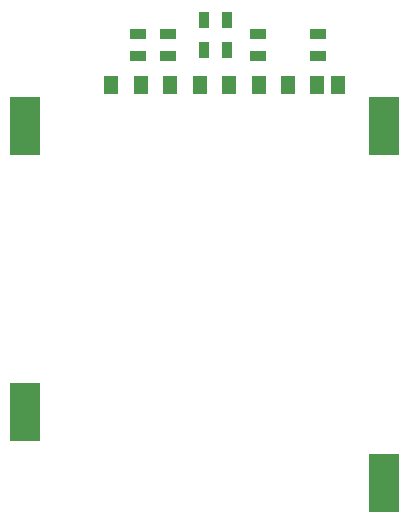
<source format=gbr>
%TF.GenerationSoftware,KiCad,Pcbnew,6.0.4-6f826c9f35~116~ubuntu20.04.1*%
%TF.CreationDate,2022-03-30T14:35:40+00:00*%
%TF.ProjectId,SPACEDOS02B_PCB02A,53504143-4544-44f5-9330-32425f504342,REV*%
%TF.SameCoordinates,Original*%
%TF.FileFunction,Paste,Bot*%
%TF.FilePolarity,Positive*%
%FSLAX46Y46*%
G04 Gerber Fmt 4.6, Leading zero omitted, Abs format (unit mm)*
G04 Created by KiCad (PCBNEW 6.0.4-6f826c9f35~116~ubuntu20.04.1) date 2022-03-30 14:35:40*
%MOMM*%
%LPD*%
G01*
G04 APERTURE LIST*
%ADD10R,0.889000X1.397000*%
%ADD11R,1.397000X0.889000*%
%ADD12R,1.200000X1.600000*%
%ADD13R,2.500000X5.000000*%
G04 APERTURE END LIST*
D10*
%TO.C,C33*%
X141030000Y-71150000D03*
X139125000Y-71150000D03*
%TD*%
%TO.C,C37*%
X141030000Y-73690000D03*
X139125000Y-73690000D03*
%TD*%
D11*
%TO.C,R24*%
X133537000Y-72293000D03*
X133537000Y-74198000D03*
%TD*%
%TO.C,R25*%
X136077000Y-72293000D03*
X136077000Y-74198000D03*
%TD*%
%TO.C,R26*%
X143697000Y-72293000D03*
X143697000Y-74198000D03*
%TD*%
%TO.C,R27*%
X148777000Y-72293000D03*
X148777000Y-74198000D03*
%TD*%
D12*
%TO.C,J28*%
X133735000Y-76606000D03*
X136235000Y-76606000D03*
X138735000Y-76606000D03*
X141235000Y-76606000D03*
X143735000Y-76606000D03*
X146235000Y-76606000D03*
X148665000Y-76606000D03*
X150465000Y-76606000D03*
X131235000Y-76606000D03*
D13*
X123900000Y-80106000D03*
X154350000Y-110306000D03*
X123900000Y-104306000D03*
X154350000Y-80106000D03*
%TD*%
M02*

</source>
